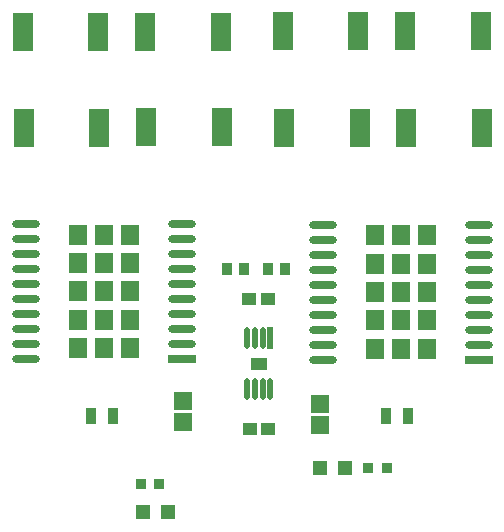
<source format=gtp>
G04*
G04 #@! TF.GenerationSoftware,Altium Limited,Altium Designer,23.10.1 (27)*
G04*
G04 Layer_Color=8421504*
%FSLAX25Y25*%
%MOIN*%
G70*
G04*
G04 #@! TF.SameCoordinates,BE9A1C7D-6EBF-47CB-866B-E429BD166B13*
G04*
G04*
G04 #@! TF.FilePolarity,Positive*
G04*
G01*
G75*
%ADD14R,0.06269X0.07060*%
%ADD15R,0.06269X0.07060*%
%ADD16R,0.06269X0.07060*%
%ADD17R,0.06269X0.07060*%
%ADD18R,0.05595X0.04398*%
%ADD19R,0.06772X0.12598*%
%ADD20R,0.03381X0.03591*%
%ADD21R,0.04724X0.04724*%
G04:AMPARAMS|DCode=22|XSize=92.7mil|YSize=25.17mil|CornerRadius=12.58mil|HoleSize=0mil|Usage=FLASHONLY|Rotation=180.000|XOffset=0mil|YOffset=0mil|HoleType=Round|Shape=RoundedRectangle|*
%AMROUNDEDRECTD22*
21,1,0.09270,0.00000,0,0,180.0*
21,1,0.06753,0.02517,0,0,180.0*
1,1,0.02517,-0.03376,0.00000*
1,1,0.02517,0.03376,0.00000*
1,1,0.02517,0.03376,0.00000*
1,1,0.02517,-0.03376,0.00000*
%
%ADD22ROUNDEDRECTD22*%
G04:AMPARAMS|DCode=23|XSize=92.7mil|YSize=25.17mil|CornerRadius=12.59mil|HoleSize=0mil|Usage=FLASHONLY|Rotation=180.000|XOffset=0mil|YOffset=0mil|HoleType=Round|Shape=RoundedRectangle|*
%AMROUNDEDRECTD23*
21,1,0.09270,0.00000,0,0,180.0*
21,1,0.06753,0.02517,0,0,180.0*
1,1,0.02517,-0.03376,0.00000*
1,1,0.02517,0.03376,0.00000*
1,1,0.02517,0.03376,0.00000*
1,1,0.02517,-0.03376,0.00000*
%
%ADD23ROUNDEDRECTD23*%
%ADD24R,0.09270X0.02517*%
%ADD25R,0.03740X0.05512*%
%ADD26R,0.06127X0.05924*%
%ADD27R,0.03543X0.04134*%
%ADD28R,0.04953X0.03985*%
%ADD29R,0.04758X0.03985*%
G04:AMPARAMS|DCode=30|XSize=73.09mil|YSize=19.61mil|CornerRadius=9.8mil|HoleSize=0mil|Usage=FLASHONLY|Rotation=270.000|XOffset=0mil|YOffset=0mil|HoleType=Round|Shape=RoundedRectangle|*
%AMROUNDEDRECTD30*
21,1,0.07309,0.00000,0,0,270.0*
21,1,0.05348,0.01961,0,0,270.0*
1,1,0.01961,0.00000,-0.02674*
1,1,0.01961,0.00000,0.02674*
1,1,0.01961,0.00000,0.02674*
1,1,0.01961,0.00000,-0.02674*
%
%ADD30ROUNDEDRECTD30*%
%ADD31R,0.01961X0.07309*%
D14*
X129646Y105489D02*
D03*
Y96044D02*
D03*
Y86600D02*
D03*
Y67711D02*
D03*
X30746Y67911D02*
D03*
Y86800D02*
D03*
Y96244D02*
D03*
Y105689D02*
D03*
D15*
X138300Y105489D02*
D03*
X146954D02*
D03*
X138300Y96044D02*
D03*
X146954D02*
D03*
X138300Y86600D02*
D03*
X146954D02*
D03*
X138300Y67711D02*
D03*
X146954D02*
D03*
X48054Y67911D02*
D03*
X39400D02*
D03*
X48054Y86800D02*
D03*
X39400D02*
D03*
X48054Y96244D02*
D03*
X39400D02*
D03*
X48054Y105689D02*
D03*
X39400D02*
D03*
D16*
X129646Y77156D02*
D03*
X30746Y77356D02*
D03*
D17*
X138300Y77156D02*
D03*
X146954D02*
D03*
X48054Y77356D02*
D03*
X39400D02*
D03*
D18*
X91000Y62700D02*
D03*
D19*
X98949Y173500D02*
D03*
X124186D02*
D03*
X12682Y141400D02*
D03*
X37918D02*
D03*
X139882Y173500D02*
D03*
X165118D02*
D03*
X53214Y173400D02*
D03*
X78450D02*
D03*
X12282Y173200D02*
D03*
X37518D02*
D03*
X165318Y141400D02*
D03*
X140082D02*
D03*
X99382Y141300D02*
D03*
X124618D02*
D03*
X78618Y141500D02*
D03*
X53382D02*
D03*
D20*
X133700Y27900D02*
D03*
X127584D02*
D03*
X57910Y22600D02*
D03*
X51794D02*
D03*
D21*
X111566Y28100D02*
D03*
X119834D02*
D03*
X60734Y13200D02*
D03*
X52466D02*
D03*
D22*
X112315Y64100D02*
D03*
Y69100D02*
D03*
Y74100D02*
D03*
Y79100D02*
D03*
Y89100D02*
D03*
Y94100D02*
D03*
Y99100D02*
D03*
Y104100D02*
D03*
Y109100D02*
D03*
X164285D02*
D03*
Y104100D02*
D03*
Y99100D02*
D03*
Y94100D02*
D03*
Y89100D02*
D03*
Y84100D02*
D03*
Y79100D02*
D03*
Y74100D02*
D03*
Y69100D02*
D03*
X65385Y69300D02*
D03*
Y74300D02*
D03*
Y79300D02*
D03*
Y84300D02*
D03*
Y89300D02*
D03*
Y94300D02*
D03*
Y99300D02*
D03*
Y104300D02*
D03*
Y109300D02*
D03*
X13415D02*
D03*
Y104300D02*
D03*
Y99300D02*
D03*
Y94300D02*
D03*
Y89300D02*
D03*
Y84300D02*
D03*
Y79300D02*
D03*
Y74300D02*
D03*
Y69300D02*
D03*
Y64300D02*
D03*
D23*
X112315Y84100D02*
D03*
D24*
X164285Y64100D02*
D03*
X65385Y64300D02*
D03*
D25*
X133458Y45400D02*
D03*
X140742D02*
D03*
X35158D02*
D03*
X42442D02*
D03*
D26*
X65900Y50246D02*
D03*
Y43154D02*
D03*
X111400Y42254D02*
D03*
Y49346D02*
D03*
D27*
X86056Y94200D02*
D03*
X80544D02*
D03*
X99656D02*
D03*
X94144D02*
D03*
D28*
X94200Y40800D02*
D03*
X88082D02*
D03*
D29*
X94157Y84200D02*
D03*
X87843D02*
D03*
D30*
X94839Y54232D02*
D03*
X92279D02*
D03*
X89720D02*
D03*
X87161D02*
D03*
Y71168D02*
D03*
X89720D02*
D03*
X92279D02*
D03*
D31*
X94839D02*
D03*
M02*

</source>
